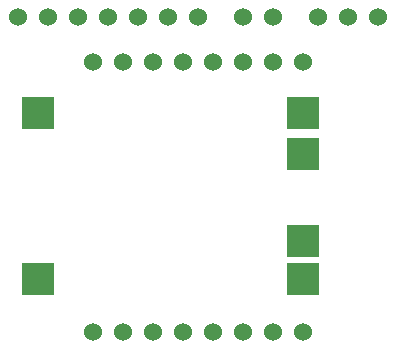
<source format=gts>
%TF.GenerationSoftware,KiCad,Pcbnew,7.0.7*%
%TF.CreationDate,2023-09-21T08:57:22-06:00*%
%TF.ProjectId,magTable,6d616754-6162-46c6-952e-6b696361645f,rev?*%
%TF.SameCoordinates,Original*%
%TF.FileFunction,Soldermask,Top*%
%TF.FilePolarity,Negative*%
%FSLAX46Y46*%
G04 Gerber Fmt 4.6, Leading zero omitted, Abs format (unit mm)*
G04 Created by KiCad (PCBNEW 7.0.7) date 2023-09-21 08:57:22*
%MOMM*%
%LPD*%
G01*
G04 APERTURE LIST*
%ADD10R,2.800000X2.800000*%
%ADD11C,1.524000*%
G04 APERTURE END LIST*
D10*
%TO.C,USB_CHRG\u002A\u002A*%
X127360000Y-90678000D03*
X127360000Y-104728000D03*
X149860000Y-90678000D03*
X149860000Y-104728000D03*
X149860000Y-94178000D03*
X149860000Y-101578000D03*
%TD*%
D11*
%TO.C,REF\u002A\u002A*%
X147320000Y-82550000D03*
X144780000Y-82550000D03*
%TD*%
%TO.C,REF\u002A\u002A*%
X144780000Y-109220000D03*
X144780000Y-86360000D03*
X142240000Y-86360000D03*
X139700000Y-86360000D03*
X132080000Y-109220000D03*
X137160000Y-86360000D03*
X142240000Y-109220000D03*
X132080000Y-86360000D03*
X139700000Y-109220000D03*
X137160000Y-109220000D03*
X134620000Y-109220000D03*
X147320000Y-109220000D03*
X134620000Y-86360000D03*
X149860000Y-109220000D03*
X147320000Y-86360000D03*
X149860000Y-86360000D03*
%TD*%
%TO.C,REF\u002A\u002A*%
X151130000Y-82550000D03*
X153670000Y-82550000D03*
X156210000Y-82550000D03*
%TD*%
%TO.C,REF\u002A\u002A*%
X140970000Y-82550000D03*
X138430000Y-82550000D03*
X135890000Y-82550000D03*
X133350000Y-82550000D03*
X130810000Y-82550000D03*
X128270000Y-82550000D03*
X125730000Y-82550000D03*
%TD*%
M02*

</source>
